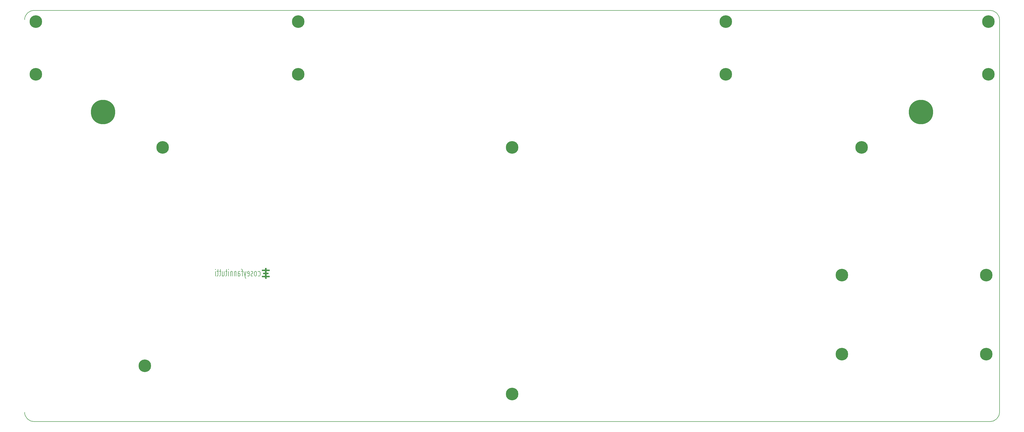
<source format=gbr>
%TF.GenerationSoftware,KiCad,Pcbnew,5.1.7-a382d34a8~88~ubuntu20.04.1*%
%TF.CreationDate,2021-03-29T02:56:27+02:00*%
%TF.ProjectId,mysterium-bottom,6d797374-6572-4697-956d-2d626f74746f,rev?*%
%TF.SameCoordinates,Original*%
%TF.FileFunction,Soldermask,Bot*%
%TF.FilePolarity,Negative*%
%FSLAX46Y46*%
G04 Gerber Fmt 4.6, Leading zero omitted, Abs format (unit mm)*
G04 Created by KiCad (PCBNEW 5.1.7-a382d34a8~88~ubuntu20.04.1) date 2021-03-29 02:56:27*
%MOMM*%
%LPD*%
G01*
G04 APERTURE LIST*
%ADD10C,0.200000*%
%TA.AperFunction,Profile*%
%ADD11C,0.150000*%
%TD*%
%ADD12C,0.010000*%
%ADD13C,8.702000*%
%ADD14C,4.502000*%
G04 APERTURE END LIST*
D10*
X119833114Y-155494704D02*
X119975971Y-155613752D01*
X120261685Y-155613752D01*
X120404542Y-155494704D01*
X120475971Y-155375657D01*
X120547400Y-155137561D01*
X120547400Y-154423276D01*
X120475971Y-154185180D01*
X120404542Y-154066133D01*
X120261685Y-153947085D01*
X119975971Y-153947085D01*
X119833114Y-154066133D01*
X118975971Y-155613752D02*
X119118828Y-155494704D01*
X119190257Y-155375657D01*
X119261685Y-155137561D01*
X119261685Y-154423276D01*
X119190257Y-154185180D01*
X119118828Y-154066133D01*
X118975971Y-153947085D01*
X118761685Y-153947085D01*
X118618828Y-154066133D01*
X118547400Y-154185180D01*
X118475971Y-154423276D01*
X118475971Y-155137561D01*
X118547400Y-155375657D01*
X118618828Y-155494704D01*
X118761685Y-155613752D01*
X118975971Y-155613752D01*
X117904542Y-155494704D02*
X117761685Y-155613752D01*
X117475971Y-155613752D01*
X117333114Y-155494704D01*
X117261685Y-155256609D01*
X117261685Y-155137561D01*
X117333114Y-154899466D01*
X117475971Y-154780419D01*
X117690257Y-154780419D01*
X117833114Y-154661371D01*
X117904542Y-154423276D01*
X117904542Y-154304228D01*
X117833114Y-154066133D01*
X117690257Y-153947085D01*
X117475971Y-153947085D01*
X117333114Y-154066133D01*
X116047400Y-155494704D02*
X116190257Y-155613752D01*
X116475971Y-155613752D01*
X116618828Y-155494704D01*
X116690257Y-155256609D01*
X116690257Y-154304228D01*
X116618828Y-154066133D01*
X116475971Y-153947085D01*
X116190257Y-153947085D01*
X116047400Y-154066133D01*
X115975971Y-154304228D01*
X115975971Y-154542323D01*
X116690257Y-154780419D01*
X115475971Y-153947085D02*
X115118828Y-155613752D01*
X114761685Y-153947085D02*
X115118828Y-155613752D01*
X115261685Y-156208990D01*
X115333114Y-156328038D01*
X115475971Y-156447085D01*
X114404542Y-153947085D02*
X113833114Y-153947085D01*
X114190257Y-155613752D02*
X114190257Y-153470895D01*
X114118828Y-153232800D01*
X113975971Y-153113752D01*
X113833114Y-153113752D01*
X112690257Y-155613752D02*
X112690257Y-154304228D01*
X112761685Y-154066133D01*
X112904542Y-153947085D01*
X113190257Y-153947085D01*
X113333114Y-154066133D01*
X112690257Y-155494704D02*
X112833114Y-155613752D01*
X113190257Y-155613752D01*
X113333114Y-155494704D01*
X113404542Y-155256609D01*
X113404542Y-155018514D01*
X113333114Y-154780419D01*
X113190257Y-154661371D01*
X112833114Y-154661371D01*
X112690257Y-154542323D01*
X111975971Y-153947085D02*
X111975971Y-155613752D01*
X111975971Y-154185180D02*
X111904542Y-154066133D01*
X111761685Y-153947085D01*
X111547400Y-153947085D01*
X111404542Y-154066133D01*
X111333114Y-154304228D01*
X111333114Y-155613752D01*
X110618828Y-153947085D02*
X110618828Y-155613752D01*
X110618828Y-154185180D02*
X110547400Y-154066133D01*
X110404542Y-153947085D01*
X110190257Y-153947085D01*
X110047400Y-154066133D01*
X109975971Y-154304228D01*
X109975971Y-155613752D01*
X109261685Y-155613752D02*
X109261685Y-153947085D01*
X109261685Y-153113752D02*
X109333114Y-153232800D01*
X109261685Y-153351847D01*
X109190257Y-153232800D01*
X109261685Y-153113752D01*
X109261685Y-153351847D01*
X108761685Y-153947085D02*
X108190257Y-153947085D01*
X108547400Y-153113752D02*
X108547400Y-155256609D01*
X108475971Y-155494704D01*
X108333114Y-155613752D01*
X108190257Y-155613752D01*
X107047400Y-153947085D02*
X107047400Y-155613752D01*
X107690257Y-153947085D02*
X107690257Y-155256609D01*
X107618828Y-155494704D01*
X107475971Y-155613752D01*
X107261685Y-155613752D01*
X107118828Y-155494704D01*
X107047400Y-155375657D01*
X106547400Y-153947085D02*
X105975971Y-153947085D01*
X106333114Y-153113752D02*
X106333114Y-155256609D01*
X106261685Y-155494704D01*
X106118828Y-155613752D01*
X105975971Y-155613752D01*
X105690257Y-153947085D02*
X105118828Y-153947085D01*
X105475971Y-153113752D02*
X105475971Y-155256609D01*
X105404542Y-155494704D01*
X105261685Y-155613752D01*
X105118828Y-155613752D01*
X104618828Y-155613752D02*
X104618828Y-153947085D01*
X104618828Y-153113752D02*
X104690257Y-153232800D01*
X104618828Y-153351847D01*
X104547400Y-153232800D01*
X104618828Y-153113752D01*
X104618828Y-153351847D01*
D11*
X384213099Y-204169841D02*
G75*
G02*
X380909040Y-207479900I-3307059J-3000D01*
G01*
X380903041Y-60863401D02*
G75*
G02*
X384213100Y-64167460I3000J-3307059D01*
G01*
X36550601Y-64173459D02*
G75*
G02*
X39854660Y-60863400I3307059J3000D01*
G01*
X39860659Y-207479899D02*
G75*
G02*
X36550600Y-204175840I-3000J3307059D01*
G01*
X384213100Y-64167460D02*
X384213099Y-204169841D01*
X380909040Y-207479900D02*
X39860659Y-207479899D01*
X39854660Y-60863400D02*
X380903041Y-60863400D01*
D12*
G36*
X122749734Y-155928577D02*
G01*
X123319117Y-155926400D01*
X123888500Y-155924224D01*
X123888500Y-155517824D01*
X122749734Y-155513472D01*
X122749734Y-154853191D01*
X123469401Y-154853191D01*
X123469401Y-154421391D01*
X122749734Y-154421391D01*
X122749734Y-153744177D01*
X123319117Y-153742000D01*
X123888500Y-153739824D01*
X123890763Y-153526041D01*
X123893025Y-153312258D01*
X122749734Y-153312258D01*
X122749734Y-152694191D01*
X122309467Y-152694191D01*
X122309467Y-153312258D01*
X121174934Y-153312258D01*
X121174934Y-153744057D01*
X122309467Y-153744057D01*
X122309467Y-154421391D01*
X121598267Y-154421391D01*
X121598267Y-154853191D01*
X122309467Y-154853191D01*
X122309467Y-155513591D01*
X121174934Y-155513591D01*
X121174934Y-155928457D01*
X122309248Y-155928457D01*
X122313700Y-156516891D01*
X122531717Y-156519150D01*
X122749734Y-156521410D01*
X122749734Y-155928577D01*
G37*
X122749734Y-155928577D02*
X123319117Y-155926400D01*
X123888500Y-155924224D01*
X123888500Y-155517824D01*
X122749734Y-155513472D01*
X122749734Y-154853191D01*
X123469401Y-154853191D01*
X123469401Y-154421391D01*
X122749734Y-154421391D01*
X122749734Y-153744177D01*
X123319117Y-153742000D01*
X123888500Y-153739824D01*
X123890763Y-153526041D01*
X123893025Y-153312258D01*
X122749734Y-153312258D01*
X122749734Y-152694191D01*
X122309467Y-152694191D01*
X122309467Y-153312258D01*
X121174934Y-153312258D01*
X121174934Y-153744057D01*
X122309467Y-153744057D01*
X122309467Y-154421391D01*
X121598267Y-154421391D01*
X121598267Y-154853191D01*
X122309467Y-154853191D01*
X122309467Y-155513591D01*
X121174934Y-155513591D01*
X121174934Y-155928457D01*
X122309248Y-155928457D01*
X122313700Y-156516891D01*
X122531717Y-156519150D01*
X122749734Y-156521410D01*
X122749734Y-155928577D01*
D10*
X119833114Y-155494704D02*
X119975971Y-155613752D01*
X120261685Y-155613752D01*
X120404542Y-155494704D01*
X120475971Y-155375657D01*
X120547400Y-155137561D01*
X120547400Y-154423276D01*
X120475971Y-154185180D01*
X120404542Y-154066133D01*
X120261685Y-153947085D01*
X119975971Y-153947085D01*
X119833114Y-154066133D01*
X118975971Y-155613752D02*
X119118828Y-155494704D01*
X119190257Y-155375657D01*
X119261685Y-155137561D01*
X119261685Y-154423276D01*
X119190257Y-154185180D01*
X119118828Y-154066133D01*
X118975971Y-153947085D01*
X118761685Y-153947085D01*
X118618828Y-154066133D01*
X118547400Y-154185180D01*
X118475971Y-154423276D01*
X118475971Y-155137561D01*
X118547400Y-155375657D01*
X118618828Y-155494704D01*
X118761685Y-155613752D01*
X118975971Y-155613752D01*
X117904542Y-155494704D02*
X117761685Y-155613752D01*
X117475971Y-155613752D01*
X117333114Y-155494704D01*
X117261685Y-155256609D01*
X117261685Y-155137561D01*
X117333114Y-154899466D01*
X117475971Y-154780419D01*
X117690257Y-154780419D01*
X117833114Y-154661371D01*
X117904542Y-154423276D01*
X117904542Y-154304228D01*
X117833114Y-154066133D01*
X117690257Y-153947085D01*
X117475971Y-153947085D01*
X117333114Y-154066133D01*
X116047400Y-155494704D02*
X116190257Y-155613752D01*
X116475971Y-155613752D01*
X116618828Y-155494704D01*
X116690257Y-155256609D01*
X116690257Y-154304228D01*
X116618828Y-154066133D01*
X116475971Y-153947085D01*
X116190257Y-153947085D01*
X116047400Y-154066133D01*
X115975971Y-154304228D01*
X115975971Y-154542323D01*
X116690257Y-154780419D01*
X115475971Y-153947085D02*
X115118828Y-155613752D01*
X114761685Y-153947085D02*
X115118828Y-155613752D01*
X115261685Y-156208990D01*
X115333114Y-156328038D01*
X115475971Y-156447085D01*
X114404542Y-153947085D02*
X113833114Y-153947085D01*
X114190257Y-155613752D02*
X114190257Y-153470895D01*
X114118828Y-153232800D01*
X113975971Y-153113752D01*
X113833114Y-153113752D01*
X112690257Y-155613752D02*
X112690257Y-154304228D01*
X112761685Y-154066133D01*
X112904542Y-153947085D01*
X113190257Y-153947085D01*
X113333114Y-154066133D01*
X112690257Y-155494704D02*
X112833114Y-155613752D01*
X113190257Y-155613752D01*
X113333114Y-155494704D01*
X113404542Y-155256609D01*
X113404542Y-155018514D01*
X113333114Y-154780419D01*
X113190257Y-154661371D01*
X112833114Y-154661371D01*
X112690257Y-154542323D01*
X111975971Y-153947085D02*
X111975971Y-155613752D01*
X111975971Y-154185180D02*
X111904542Y-154066133D01*
X111761685Y-153947085D01*
X111547400Y-153947085D01*
X111404542Y-154066133D01*
X111333114Y-154304228D01*
X111333114Y-155613752D01*
X110618828Y-153947085D02*
X110618828Y-155613752D01*
X110618828Y-154185180D02*
X110547400Y-154066133D01*
X110404542Y-153947085D01*
X110190257Y-153947085D01*
X110047400Y-154066133D01*
X109975971Y-154304228D01*
X109975971Y-155613752D01*
X109261685Y-155613752D02*
X109261685Y-153947085D01*
X109261685Y-153113752D02*
X109333114Y-153232800D01*
X109261685Y-153351847D01*
X109190257Y-153232800D01*
X109261685Y-153113752D01*
X109261685Y-153351847D01*
X108761685Y-153947085D02*
X108190257Y-153947085D01*
X108547400Y-153113752D02*
X108547400Y-155256609D01*
X108475971Y-155494704D01*
X108333114Y-155613752D01*
X108190257Y-155613752D01*
X107047400Y-153947085D02*
X107047400Y-155613752D01*
X107690257Y-153947085D02*
X107690257Y-155256609D01*
X107618828Y-155494704D01*
X107475971Y-155613752D01*
X107261685Y-155613752D01*
X107118828Y-155494704D01*
X107047400Y-155375657D01*
X106547400Y-153947085D02*
X105975971Y-153947085D01*
X106333114Y-153113752D02*
X106333114Y-155256609D01*
X106261685Y-155494704D01*
X106118828Y-155613752D01*
X105975971Y-155613752D01*
X105690257Y-153947085D02*
X105118828Y-153947085D01*
X105475971Y-153113752D02*
X105475971Y-155256609D01*
X105404542Y-155494704D01*
X105261685Y-155613752D01*
X105118828Y-155613752D01*
X104618828Y-155613752D02*
X104618828Y-153947085D01*
X104618828Y-153113752D02*
X104690257Y-153232800D01*
X104618828Y-153351847D01*
X104547400Y-153232800D01*
X104618828Y-153113752D01*
X104618828Y-153351847D01*
D11*
X384213099Y-204169841D02*
G75*
G02*
X380909040Y-207479900I-3307059J-3000D01*
G01*
X380903041Y-60863401D02*
G75*
G02*
X384213100Y-64167460I3000J-3307059D01*
G01*
X36550601Y-64173459D02*
G75*
G02*
X39854660Y-60863400I3307059J3000D01*
G01*
X39860659Y-207479899D02*
G75*
G02*
X36550600Y-204175840I-3000J3307059D01*
G01*
X384213100Y-64167460D02*
X384213099Y-204169841D01*
X380909040Y-207479900D02*
X39860659Y-207479899D01*
X39854660Y-60863400D02*
X380903041Y-60863400D01*
D12*
G36*
X122749734Y-155928577D02*
G01*
X123319117Y-155926400D01*
X123888500Y-155924224D01*
X123888500Y-155517824D01*
X122749734Y-155513472D01*
X122749734Y-154853191D01*
X123469401Y-154853191D01*
X123469401Y-154421391D01*
X122749734Y-154421391D01*
X122749734Y-153744177D01*
X123319117Y-153742000D01*
X123888500Y-153739824D01*
X123890763Y-153526041D01*
X123893025Y-153312258D01*
X122749734Y-153312258D01*
X122749734Y-152694191D01*
X122309467Y-152694191D01*
X122309467Y-153312258D01*
X121174934Y-153312258D01*
X121174934Y-153744057D01*
X122309467Y-153744057D01*
X122309467Y-154421391D01*
X121598267Y-154421391D01*
X121598267Y-154853191D01*
X122309467Y-154853191D01*
X122309467Y-155513591D01*
X121174934Y-155513591D01*
X121174934Y-155928457D01*
X122309248Y-155928457D01*
X122313700Y-156516891D01*
X122531717Y-156519150D01*
X122749734Y-156521410D01*
X122749734Y-155928577D01*
G37*
X122749734Y-155928577D02*
X123319117Y-155926400D01*
X123888500Y-155924224D01*
X123888500Y-155517824D01*
X122749734Y-155513472D01*
X122749734Y-154853191D01*
X123469401Y-154853191D01*
X123469401Y-154421391D01*
X122749734Y-154421391D01*
X122749734Y-153744177D01*
X123319117Y-153742000D01*
X123888500Y-153739824D01*
X123890763Y-153526041D01*
X123893025Y-153312258D01*
X122749734Y-153312258D01*
X122749734Y-152694191D01*
X122309467Y-152694191D01*
X122309467Y-153312258D01*
X121174934Y-153312258D01*
X121174934Y-153744057D01*
X122309467Y-153744057D01*
X122309467Y-154421391D01*
X121598267Y-154421391D01*
X121598267Y-154853191D01*
X122309467Y-154853191D01*
X122309467Y-155513591D01*
X121174934Y-155513591D01*
X121174934Y-155928457D01*
X122309248Y-155928457D01*
X122313700Y-156516891D01*
X122531717Y-156519150D01*
X122749734Y-156521410D01*
X122749734Y-155928577D01*
D13*
X356213100Y-97053400D03*
X64550600Y-97053400D03*
D14*
X286626300Y-83613400D03*
X134137400Y-83613400D03*
X286626300Y-64863400D03*
X40550600Y-64863400D03*
X379523512Y-183454800D03*
X327986788Y-183454800D03*
X379523512Y-155219400D03*
X327986788Y-155219400D03*
X79401800Y-187587400D03*
X85763100Y-109702600D03*
X335000600Y-109702600D03*
X210419351Y-197713600D03*
X210419351Y-109702600D03*
X134137400Y-64863400D03*
X380213100Y-64863400D03*
X380213100Y-83613400D03*
X40550600Y-83613400D03*
M02*

</source>
